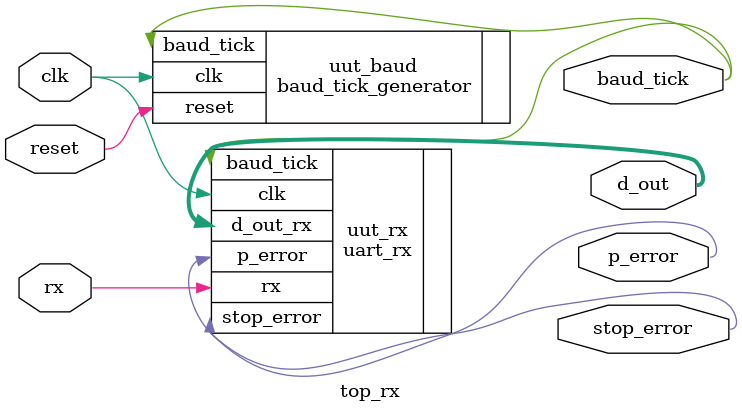
<source format=v>
 module top_rx(

 	input 			clk		, 
	input			reset		,
 	input 			rx		,
 	output 			baud_tick	, 
 	output  		p_error		,
 	output 		[7:0] 	d_out		,
 	output  		stop_error 	
);

//wire baud_tick;

uart_rx uut_rx(		
			.clk	 	(clk	   ), 
                        .baud_tick      (baud_tick ),
                        .rx	        (rx	   ),
                        .p_error        (p_error   ),	  
                        .d_out_rx       (d_out	   ),
			.stop_error     (stop_error)
		);

baud_tick_generator uut_baud(

			.clk	 	(clk	   ), 
                        .reset	        (reset	   ),
                        .baud_tick      (baud_tick )
		);
		
endmodule


</source>
